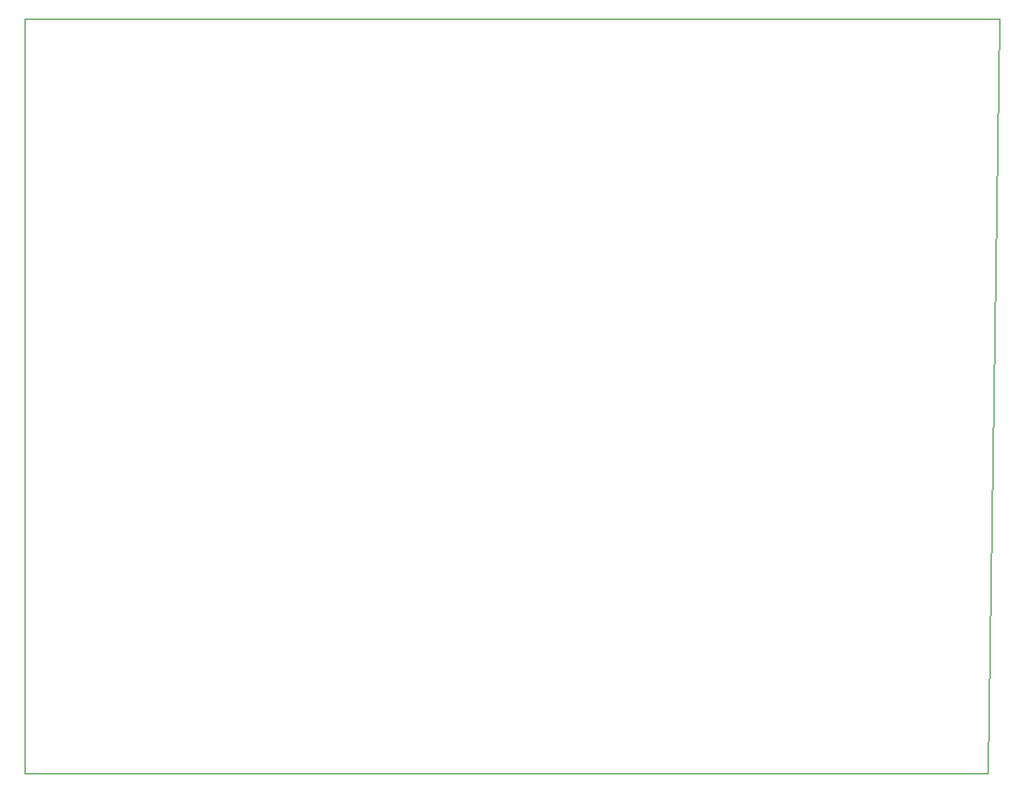
<source format=gm1>
G04 #@! TF.GenerationSoftware,KiCad,Pcbnew,9.0.0*
G04 #@! TF.CreationDate,2025-03-04T20:42:06+02:00*
G04 #@! TF.ProjectId,EEPROMProgrammer,45455052-4f4d-4507-926f-6772616d6d65,rev?*
G04 #@! TF.SameCoordinates,Original*
G04 #@! TF.FileFunction,Profile,NP*
%FSLAX46Y46*%
G04 Gerber Fmt 4.6, Leading zero omitted, Abs format (unit mm)*
G04 Created by KiCad (PCBNEW 9.0.0) date 2025-03-04 20:42:06*
%MOMM*%
%LPD*%
G01*
G04 APERTURE LIST*
G04 #@! TA.AperFunction,Profile*
%ADD10C,0.038100*%
G04 #@! TD*
G04 APERTURE END LIST*
D10*
X204000000Y-35000000D02*
X203000000Y-100000000D01*
X120000000Y-35000000D02*
X204000000Y-35000000D01*
X203000000Y-100000000D02*
X120000000Y-100000000D01*
X120000000Y-100000000D02*
X120000000Y-35000000D01*
M02*

</source>
